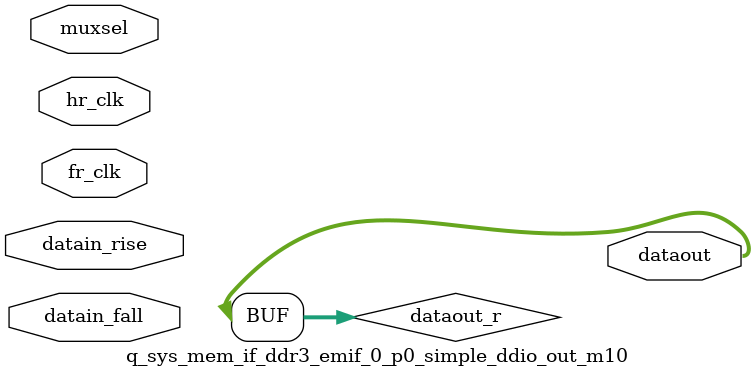
<source format=sv>




`timescale 1 ps / 1 ps

module q_sys_mem_if_ddr3_emif_0_p0_simple_ddio_out_m10(
	hr_clk,
	fr_clk,
	datain_rise,
        datain_fall,
        muxsel,
	dataout
);

// *****************************************************************
// BEGIN PARAMETER SECTION

parameter DATA_WIDTH = ""; 

// END PARAMETER SECTION
// *****************************************************************

input	hr_clk;
input   fr_clk;
input	[DATA_WIDTH-1:0] datain_rise;
input   [DATA_WIDTH-1:0] datain_fall;
input   muxsel;
output	[DATA_WIDTH-1:0] dataout;

generate
genvar i, j;
	(* altera_attribute = {"-name ALLOW_SYNCH_CTRL_USAGE OFF"}*) reg [DATA_WIDTH-1:0] datain_r /* synthesis dont_merge syn_noprune syn_preserve = 1 */;
	(* altera_attribute = {"-name ALLOW_SYNCH_CTRL_USAGE OFF"}*) reg [DATA_WIDTH-1:0] datain_f /* synthesis dont_merge syn_noprune syn_preserve = 1 */;


        always_ff @ (posedge hr_clk )
	begin
		datain_r <= datain_rise;
	end

        always_ff @ (negedge hr_clk)
        begin
                datain_f <= datain_fall;
        end


	reg [DATA_WIDTH-1:0] dataout_r /* synthesis dont_merge syn_noprune syn_preserve = 1 */;
	for (i=0; i<DATA_WIDTH; i=i+1)
	begin: ddio_group

                always_ff @ (posedge fr_clk)
                begin
                        if (muxsel)
                        begin
			        dataout_r[i] <= datain_f;
                        end else begin
                                dataout_r[i] <= datain_r;
                        end
		end
	end
	
	assign dataout = dataout_r;
	
endgenerate
endmodule

</source>
